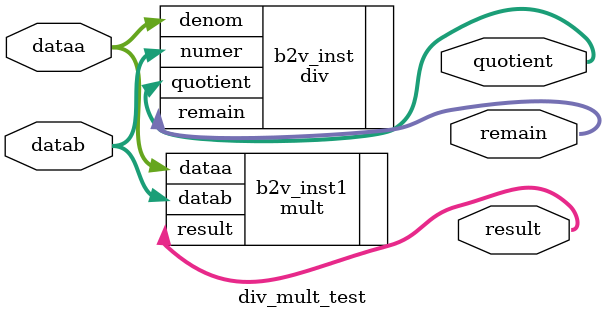
<source format=v>


module div_mult_test(
	dataa,
	datab,
	quotient,
	remain,
	result
);


input wire	[11:0] dataa;
input wire	[11:0] datab;
output wire	[11:0] quotient;
output wire	[11:0] remain;
output wire	[23:0] result;






div	b2v_inst(
	.denom(dataa),
	.numer(datab),
	.quotient(quotient),
	.remain(remain));


mult	b2v_inst1(
	.dataa(dataa),
	.datab(datab),
	.result(result));


endmodule

</source>
